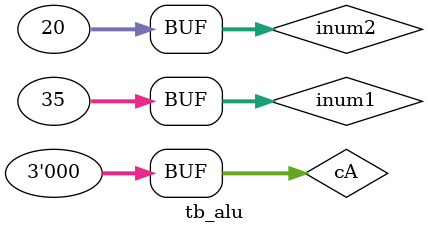
<source format=v>
`timescale 1ns / 1ps


module tb_alu();
reg [2:0] cA;
reg [31:0] inum1;
reg [31:0] inum2;
wire [31:0] ans;
wire overflow;
alu alu_unit(
        .ctrl (cA),
        ._inum1 (inum1),
        ._inum2 (inum2),
        .ans (ans),
        .overflow (overflow)
        );
initial begin
        inum1 = 35;
        inum2 = 20;
        cA <= 3'b010;
        #5
        cA <= 3'b100;
        #5
        cA <= 3'b001;
        #5
        cA <= 3'b000;
    end
endmodule

</source>
